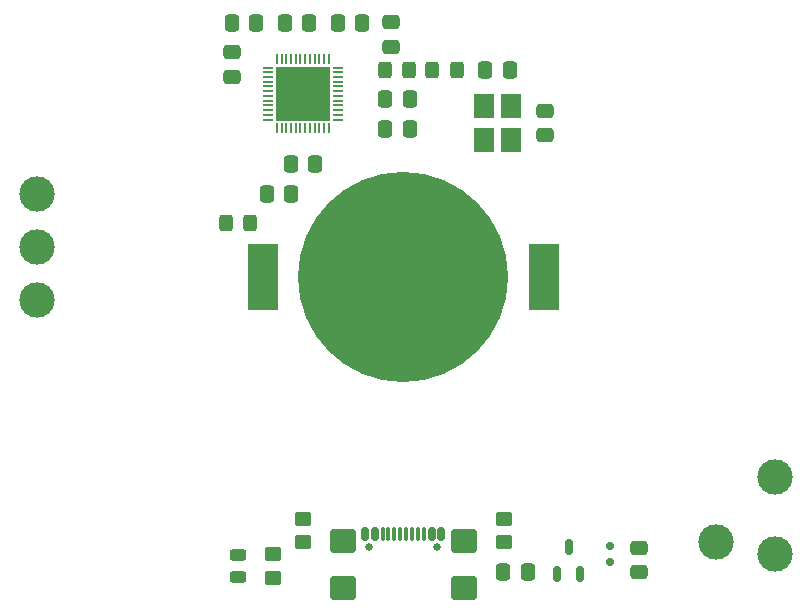
<source format=gbr>
%TF.GenerationSoftware,KiCad,Pcbnew,8.0.3-8.0.3-0~ubuntu24.04.1*%
%TF.CreationDate,2024-06-13T21:29:58+05:00*%
%TF.ProjectId,solartap_mcu,736f6c61-7274-4617-905f-6d63752e6b69,rev?*%
%TF.SameCoordinates,Original*%
%TF.FileFunction,Soldermask,Top*%
%TF.FilePolarity,Negative*%
%FSLAX46Y46*%
G04 Gerber Fmt 4.6, Leading zero omitted, Abs format (unit mm)*
G04 Created by KiCad (PCBNEW 8.0.3-8.0.3-0~ubuntu24.04.1) date 2024-06-13 21:29:58*
%MOMM*%
%LPD*%
G01*
G04 APERTURE LIST*
G04 Aperture macros list*
%AMRoundRect*
0 Rectangle with rounded corners*
0 $1 Rounding radius*
0 $2 $3 $4 $5 $6 $7 $8 $9 X,Y pos of 4 corners*
0 Add a 4 corners polygon primitive as box body*
4,1,4,$2,$3,$4,$5,$6,$7,$8,$9,$2,$3,0*
0 Add four circle primitives for the rounded corners*
1,1,$1+$1,$2,$3*
1,1,$1+$1,$4,$5*
1,1,$1+$1,$6,$7*
1,1,$1+$1,$8,$9*
0 Add four rect primitives between the rounded corners*
20,1,$1+$1,$2,$3,$4,$5,0*
20,1,$1+$1,$4,$5,$6,$7,0*
20,1,$1+$1,$6,$7,$8,$9,0*
20,1,$1+$1,$8,$9,$2,$3,0*%
G04 Aperture macros list end*
%ADD10C,3.000000*%
%ADD11RoundRect,0.150000X0.200000X-0.150000X0.200000X0.150000X-0.200000X0.150000X-0.200000X-0.150000X0*%
%ADD12R,1.800000X2.100000*%
%ADD13RoundRect,0.250000X0.475000X-0.337500X0.475000X0.337500X-0.475000X0.337500X-0.475000X-0.337500X0*%
%ADD14RoundRect,0.250000X0.337500X0.475000X-0.337500X0.475000X-0.337500X-0.475000X0.337500X-0.475000X0*%
%ADD15RoundRect,0.250000X0.325000X0.450000X-0.325000X0.450000X-0.325000X-0.450000X0.325000X-0.450000X0*%
%ADD16RoundRect,0.250000X-0.337500X-0.475000X0.337500X-0.475000X0.337500X0.475000X-0.337500X0.475000X0*%
%ADD17RoundRect,0.250000X-0.475000X0.337500X-0.475000X-0.337500X0.475000X-0.337500X0.475000X0.337500X0*%
%ADD18R,2.600000X5.560000*%
%ADD19C,17.800000*%
%ADD20RoundRect,0.250000X0.450000X-0.350000X0.450000X0.350000X-0.450000X0.350000X-0.450000X-0.350000X0*%
%ADD21RoundRect,0.250000X-0.840000X-0.750000X0.840000X-0.750000X0.840000X0.750000X-0.840000X0.750000X0*%
%ADD22RoundRect,0.150000X-0.150000X-0.425000X0.150000X-0.425000X0.150000X0.425000X-0.150000X0.425000X0*%
%ADD23RoundRect,0.075000X-0.075000X-0.500000X0.075000X-0.500000X0.075000X0.500000X-0.075000X0.500000X0*%
%ADD24C,0.650000*%
%ADD25RoundRect,0.243750X-0.456250X0.243750X-0.456250X-0.243750X0.456250X-0.243750X0.456250X0.243750X0*%
%ADD26RoundRect,0.050000X-0.050000X0.350000X-0.050000X-0.350000X0.050000X-0.350000X0.050000X0.350000X0*%
%ADD27RoundRect,0.050000X-0.350000X0.050000X-0.350000X-0.050000X0.350000X-0.050000X0.350000X0.050000X0*%
%ADD28R,4.600000X4.600000*%
%ADD29RoundRect,0.250000X-0.325000X-0.450000X0.325000X-0.450000X0.325000X0.450000X-0.325000X0.450000X0*%
%ADD30RoundRect,0.150000X0.150000X-0.512500X0.150000X0.512500X-0.150000X0.512500X-0.150000X-0.512500X0*%
%ADD31RoundRect,0.250000X-0.450000X0.350000X-0.450000X-0.350000X0.450000X-0.350000X0.450000X0.350000X0*%
G04 APERTURE END LIST*
D10*
%TO.C,TP6*%
X126500000Y-106000000D03*
%TD*%
%TO.C,TP5*%
X126500000Y-99500000D03*
%TD*%
%TO.C,TP4*%
X121500000Y-105000000D03*
%TD*%
D11*
%TO.C,D2*%
X112500000Y-106700000D03*
X112500000Y-105300000D03*
%TD*%
D12*
%TO.C,Y1*%
X104150000Y-70950000D03*
X104150000Y-68050000D03*
X101850000Y-68050000D03*
X101850000Y-70950000D03*
%TD*%
D10*
%TO.C,TP1*%
X64000000Y-75500000D03*
%TD*%
D13*
%TO.C,C5*%
X94000000Y-63037500D03*
X94000000Y-60962500D03*
%TD*%
%TO.C,C4*%
X80500000Y-65567500D03*
X80500000Y-63492500D03*
%TD*%
D14*
%TO.C,C9*%
X83462500Y-75500000D03*
X85537500Y-75500000D03*
%TD*%
%TO.C,C3*%
X95537500Y-67500000D03*
X93462500Y-67500000D03*
%TD*%
D13*
%TO.C,C7*%
X107000000Y-70537500D03*
X107000000Y-68462500D03*
%TD*%
D15*
%TO.C,L1*%
X95525000Y-65000000D03*
X93475000Y-65000000D03*
%TD*%
D10*
%TO.C,TP2*%
X64000000Y-80000000D03*
%TD*%
D16*
%TO.C,C12*%
X105537500Y-107500000D03*
X103462500Y-107500000D03*
%TD*%
D10*
%TO.C,TP3*%
X64000000Y-84500000D03*
%TD*%
D17*
%TO.C,C13*%
X115000000Y-107537500D03*
X115000000Y-105462500D03*
%TD*%
D18*
%TO.C,BT1*%
X83095000Y-82500000D03*
X106905000Y-82500000D03*
D19*
X95000000Y-82500000D03*
%TD*%
D15*
%TO.C,L2*%
X99525000Y-65000000D03*
X97475000Y-65000000D03*
%TD*%
D20*
%TO.C,R1*%
X84000000Y-108000000D03*
X84000000Y-106000000D03*
%TD*%
D16*
%TO.C,C10*%
X80462500Y-61030000D03*
X82537500Y-61030000D03*
%TD*%
%TO.C,C11*%
X84962500Y-61030000D03*
X87037500Y-61030000D03*
%TD*%
D21*
%TO.C,J1*%
X100110000Y-108825000D03*
X100110000Y-104895000D03*
X89890000Y-108825000D03*
X89890000Y-104895000D03*
D22*
X91800000Y-104320000D03*
X92600000Y-104320000D03*
D23*
X93250000Y-104320000D03*
X94250000Y-104320000D03*
X95750000Y-104320000D03*
X96750000Y-104320000D03*
D22*
X97400000Y-104320000D03*
X98200000Y-104320000D03*
X98200000Y-104320000D03*
X97400000Y-104320000D03*
D23*
X96250000Y-104320000D03*
X95250000Y-104320000D03*
X94750000Y-104320000D03*
X93750000Y-104320000D03*
D22*
X92600000Y-104320000D03*
X91800000Y-104320000D03*
D24*
X97890000Y-105395000D03*
X92110000Y-105395000D03*
%TD*%
D25*
%TO.C,D1*%
X81000000Y-106062500D03*
X81000000Y-107937500D03*
%TD*%
D26*
%TO.C,U1*%
X88700000Y-64050000D03*
X88300000Y-64050000D03*
X87900000Y-64050000D03*
X87500000Y-64050000D03*
X87100000Y-64050000D03*
X86700000Y-64050000D03*
X86300000Y-64050000D03*
X85900000Y-64050000D03*
X85500000Y-64050000D03*
X85100000Y-64050000D03*
X84700000Y-64050000D03*
X84300000Y-64050000D03*
D27*
X83550000Y-64800000D03*
X83550000Y-65200000D03*
X83550000Y-65600000D03*
X83550000Y-66000000D03*
X83550000Y-66400000D03*
X83550000Y-66800000D03*
X83550000Y-67200000D03*
X83550000Y-67600000D03*
X83550000Y-68000000D03*
X83550000Y-68400000D03*
X83550000Y-68800000D03*
X83550000Y-69200000D03*
D26*
X84300000Y-69950000D03*
X84700000Y-69950000D03*
X85100000Y-69950000D03*
X85500000Y-69950000D03*
X85900000Y-69950000D03*
X86300000Y-69950000D03*
X86700000Y-69950000D03*
X87100000Y-69950000D03*
X87500000Y-69950000D03*
X87900000Y-69950000D03*
X88300000Y-69950000D03*
X88700000Y-69950000D03*
D27*
X89450000Y-69200000D03*
X89450000Y-68800000D03*
X89450000Y-68400000D03*
X89450000Y-68000000D03*
X89450000Y-67600000D03*
X89450000Y-67200000D03*
X89450000Y-66800000D03*
X89450000Y-66400000D03*
X89450000Y-66000000D03*
X89450000Y-65600000D03*
X89450000Y-65200000D03*
X89450000Y-64800000D03*
D28*
X86500000Y-67000000D03*
%TD*%
D29*
%TO.C,L3*%
X82025000Y-78000000D03*
X79975000Y-78000000D03*
%TD*%
D16*
%TO.C,C8*%
X101962500Y-65000000D03*
X104037500Y-65000000D03*
%TD*%
%TO.C,C6*%
X93462500Y-70000000D03*
X95537500Y-70000000D03*
%TD*%
D14*
%TO.C,C2*%
X87537500Y-73000000D03*
X85462500Y-73000000D03*
%TD*%
D20*
%TO.C,R2*%
X86500000Y-103000000D03*
X86500000Y-105000000D03*
%TD*%
D30*
%TO.C,U2*%
X109000000Y-105362500D03*
X109950000Y-107637500D03*
X108050000Y-107637500D03*
%TD*%
D31*
%TO.C,R3*%
X103500000Y-105000000D03*
X103500000Y-103000000D03*
%TD*%
D16*
%TO.C,C1*%
X89462500Y-61000000D03*
X91537500Y-61000000D03*
%TD*%
M02*

</source>
